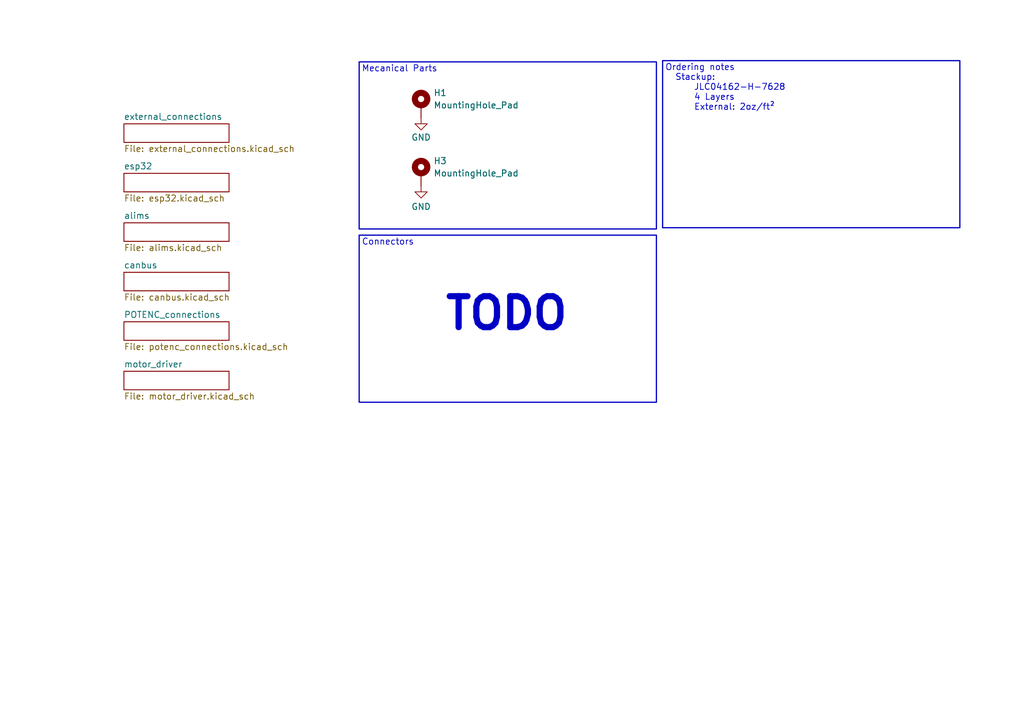
<source format=kicad_sch>
(kicad_sch (version 20231120) (generator "eeschema") (generator_version "8.0")
  (paper "A5")
  (title_block (title "ARM-JL Driver") (date "2025-02-03") (rev "REV0") (company "RobotiqueUdeS") (comment 1 "Made by Philippe Michaud"))
  (lib_symbols
    (symbol "RoverLibrary:MountingHole_Pad" (pin_numbers hide) (pin_names (offset 1.016) hide) (exclude_from_sim yes) (in_bom no)
      (property "Reference" "H" (at 0 6.35 0))
      (property "Value" "MountingHole_Pad" (at 0 4.445 0))
      (symbol "MountingHole_Pad_0_1"
        (circle (center 0 1.27) (radius 1.27) (stroke (width 1.27)))
      )
      (symbol "MountingHole_Pad_1_1"
        (pin input line (at 0 -2.54 90) (length 2.54) (name "1") (number "1"))
      )
    )
    (symbol "power:GND" (power) (pin_numbers hide) (pin_names (offset 0) hide)
      (property "Value" "GND" (at 0 -3.81 0))
      (symbol "GND_0_1"
        (polyline (pts (xy 0 0) (xy 0 -1.27) (xy 1.27 -1.27) (xy 0 -2.54) (xy -1.27 -1.27) (xy 0 -1.27)))
      )
      (symbol "GND_1_1"
        (pin power_in line (at 0 0 270) (length 0) (name "~") (number "1"))
      )
    )
  )
  (rectangle (start 135.89 12.446) (end 196.85 46.736) (stroke (width 0.254)))
  (rectangle (start 73.66 48.26) (end 134.62 82.55) (stroke (width 0.254)))
  (rectangle (start 73.66 12.7) (end 134.62 46.99) (stroke (width 0.254)))
  (text "TODO" (at 103.886 64.516 0) (effects (font (size 6.35 6.35) (thickness 1.27) (bold yes))))
  (text "Mecanical Parts" (at 74.168 14.224 0) (effects (font (size 1.27 1.27)) (justify left)))
  (text "Stackup:\n    JLC04162-H-7628 \n    4 Layers\n    External: 2oz/ft²" (at 138.43 19.05 0) (effects (font (size 1.27 1.27) (thickness 0.1588)) (justify left)))
  (text "Connectors" (at 74.168 49.784 0) (effects (font (size 1.27 1.27)) (justify left)))
  (text "Ordering notes" (at 136.398 13.97 0) (effects (font (size 1.27 1.27)) (justify left)))
  (symbol (lib_id "power:GND") (at 86.36 38.1 0) (unit 1)
    (property "Reference" "#PWR050" (effects (hide yes)))
    (property "Value" "GND" (at 86.36 42.418 0))
    (property "Description" "Power symbol creates a global label with name \"GND\" , ground" (effects (hide yes)))
  )
  (symbol (lib_id "RoverLibrary:MountingHole_Pad") (at 86.36 21.59 0) (unit 1) (exclude_from_sim yes) (in_bom no)
    (property "Reference" "H1" (at 88.9 19.0499 0) (effects (justify left)))
    (property "Value" "MountingHole_Pad" (at 88.9 21.5899 0) (effects (justify left)))
    (property "Footprint" "MountingHole:MountingHole_3.2mm_M3_DIN965_Pad_TopBottom" (effects (hide yes)))
    (property "Description" "Mounting Hole with connection" (effects (hide yes)))
  )
  (symbol (lib_id "power:GND") (at 86.36 24.13 0) (unit 1)
    (property "Reference" "#PWR022" (effects (hide yes)))
    (property "Value" "GND" (at 86.36 28.194 0))
    (property "Description" "Power symbol creates a global label with name \"GND\" , ground" (effects (hide yes)))
  )
  (symbol (lib_id "RoverLibrary:MountingHole_Pad") (at 86.36 35.56 0) (unit 1) (exclude_from_sim yes) (in_bom no)
    (property "Reference" "H3" (at 88.9 33.0199 0) (effects (justify left)))
    (property "Value" "MountingHole_Pad" (at 88.9 35.5599 0) (effects (justify left)))
    (property "Footprint" "MountingHole:MountingHole_3.2mm_M3_DIN965_Pad_TopBottom" (effects (hide yes)))
    (property "Description" "Mounting Hole with connection" (effects (hide yes)))
  )
  (sheet (at 25.4 45.72) (size 21.59 3.81) (stroke (width 0.1524))
    (property "Sheetname" "alims" (at 25.4 45.0084 0) (effects (justify left bottom)))
    (property "Sheetfile" "alims.kicad_sch" (at 25.4 50.1146 0) (effects (justify left top)))
  )
  (sheet (at 25.4 25.4) (size 21.59 3.81) (stroke (width 0.1524))
    (property "Sheetname" "external_connections" (at 25.4 24.6884 0) (effects (justify left bottom)))
    (property "Sheetfile" "external_connections.kicad_sch" (at 25.4 29.7946 0) (effects (justify left top)))
  )
  (sheet (at 25.4 76.2) (size 21.59 3.81) (stroke (width 0.1524))
    (property "Sheetname" "motor_driver" (at 25.4 75.4884 0) (effects (justify left bottom)))
    (property "Sheetfile" "motor_driver.kicad_sch" (at 25.4 80.5946 0) (effects (justify left top)))
  )
  (sheet (at 25.4 66.04) (size 21.59 3.81) (stroke (width 0.1524))
    (property "Sheetname" "POTENC_connections" (at 25.4 65.3284 0) (effects (justify left bottom)))
    (property "Sheetfile" "potenc_connections.kicad_sch" (at 25.4 70.4346 0) (effects (justify left top)))
  )
  (sheet (at 25.4 35.56) (size 21.59 3.81) (stroke (width 0.1524))
    (property "Sheetname" "esp32" (at 25.4 34.8484 0) (effects (justify left bottom)))
    (property "Sheetfile" "esp32.kicad_sch" (at 25.4 39.9546 0) (effects (justify left top)))
  )
  (sheet (at 25.4 55.88) (size 21.59 3.81) (stroke (width 0.1524))
    (property "Sheetname" "canbus" (at 25.4 55.1684 0) (effects (justify left bottom)))
    (property "Sheetfile" "canbus.kicad_sch" (at 25.4 60.2746 0) (effects (justify left top)))
  )
)
</source>
